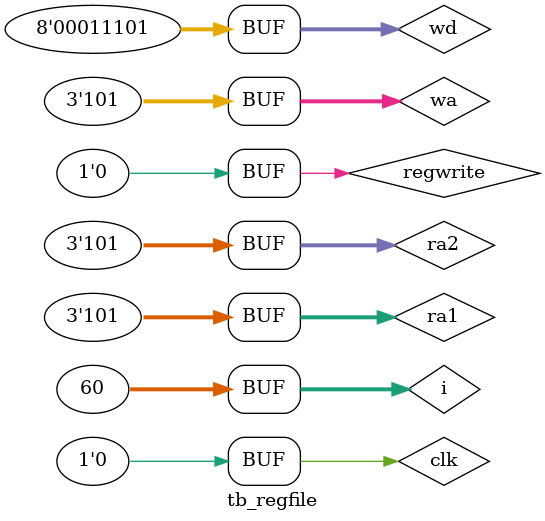
<source format=v>

`timescale 1ns / 1ps
module tb_regfile;
parameter WIDTH = 8, REGBITS = 3;
reg  clk; 
reg  regwrite; 
reg  [REGBITS-1:0] ra1, ra2, wa; 
reg  [WIDTH-1:0]   wd; 
wire [WIDTH-1:0]   rd1, rd2;
integer i;

regfile ff (clk, regwrite, ra1, ra2, wa, wd, rd1, rd2);

initial begin
clk = 0;
regwrite = 0;
ra1 = 0;
ra2 = 0;
wa = 0;
for (i = 0; i < 60; i = i + 1) begin
clk = ~clk;
if (i < 30) begin
regwrite = 1;
wa = i;
wd = i;
end
else begin
regwrite = 0;
ra1 = i - 30;
ra2 = i - 30;
end

#5;
end


end


endmodule 

</source>
